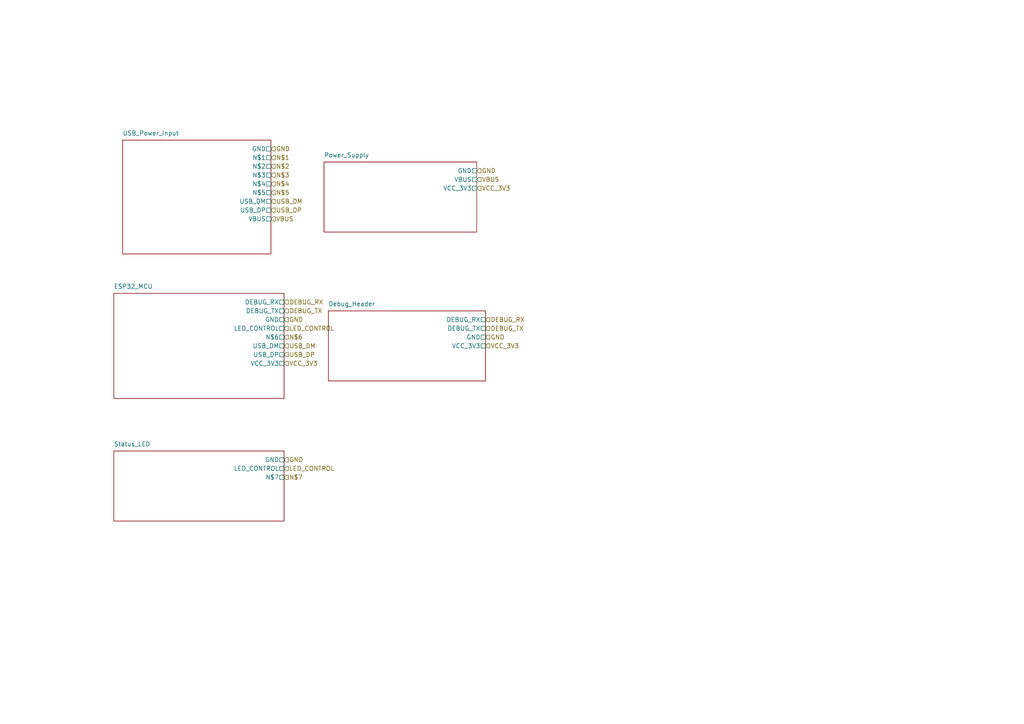
<source format=kicad_sch>
(kicad_sch (version 20250114) (generator "circuit_synth") (generator_version "9.0")
  (paper "A4")
  (lib_symbols)
  (hierarchical_label "GND" (shape input) (at 78.58 43.18 0))
  (hierarchical_label "N$1" (shape input) (at 78.58 45.72 0))
  (hierarchical_label "N$2" (shape input) (at 78.58 48.26 0))
  (hierarchical_label "N$3" (shape input) (at 78.58 50.8 0))
  (hierarchical_label "N$4" (shape input) (at 78.58 53.34 0))
  (hierarchical_label "N$5" (shape input) (at 78.58 55.88 0))
  (hierarchical_label "USB_DM" (shape input) (at 78.58 58.42 0))
  (hierarchical_label "USB_DP" (shape input) (at 78.58 60.96 0))
  (hierarchical_label "VBUS" (shape input) (at 78.58 63.5 0))
  (hierarchical_label "GND" (shape input) (at 138.27 49.53 0))
  (hierarchical_label "VBUS" (shape input) (at 138.27 52.07 0))
  (hierarchical_label "VCC_3V3" (shape input) (at 138.27 54.61 0))
  (hierarchical_label "DEBUG_RX" (shape input) (at 82.39 87.63 0))
  (hierarchical_label "DEBUG_TX" (shape input) (at 82.39 90.17 0))
  (hierarchical_label "GND" (shape input) (at 82.39 92.71 0))
  (hierarchical_label "LED_CONTROL" (shape input) (at 82.39 95.25 0))
  (hierarchical_label "N$6" (shape input) (at 82.39 97.79 0))
  (hierarchical_label "USB_DM" (shape input) (at 82.39 100.33 0))
  (hierarchical_label "USB_DP" (shape input) (at 82.39 102.87 0))
  (hierarchical_label "VCC_3V3" (shape input) (at 82.39 105.41 0))
  (hierarchical_label "DEBUG_RX" (shape input) (at 140.81 92.71 0))
  (hierarchical_label "DEBUG_TX" (shape input) (at 140.81 95.25 0))
  (hierarchical_label "GND" (shape input) (at 140.81 97.79 0))
  (hierarchical_label "VCC_3V3" (shape input) (at 140.81 100.33 0))
  (hierarchical_label "GND" (shape input) (at 82.39 133.35 0))
  (hierarchical_label "LED_CONTROL" (shape input) (at 82.39 135.89 0))
  (hierarchical_label "N$7" (shape input) (at 82.39 138.43 0))
  (sheet (at 35.56 40.64) (size 43.02 33.02) (stroke (width 0.12))
    (property "Sheetname" "USB_Power_Input" (at 35.56 39.37 0) (effects (justify left bottom)))
    (property "Sheetfile" "USB_Power_Input.kicad_sch" (effects (hide yes)))
    (pin GND passive (at 77.31 43.18 0))
    (pin N$1 passive (at 77.31 45.72 0))
    (pin N$2 passive (at 77.31 48.26 0))
    (pin N$3 passive (at 77.31 50.8 0))
    (pin N$4 passive (at 77.31 53.34 0))
    (pin N$5 passive (at 77.31 55.88 0))
    (pin USB_DM passive (at 77.31 58.42 0))
    (pin USB_DP passive (at 77.31 60.96 0))
    (pin VBUS passive (at 77.31 63.5 0))
  )
  (sheet (at 93.98 46.99) (size 44.29 20.32) (stroke (width 0.12))
    (property "Sheetname" "Power_Supply" (at 93.98 45.72 0) (effects (justify left bottom)))
    (property "Sheetfile" "Power_Supply.kicad_sch" (effects (hide yes)))
    (pin GND passive (at 137 49.53 0))
    (pin VBUS passive (at 137 52.07 0))
    (pin VCC_3V3 passive (at 137 54.61 0))
  )
  (sheet (at 33.02 85.09) (size 49.37 30.48) (stroke (width 0.12))
    (property "Sheetname" "ESP32_MCU" (at 33.02 83.82 0) (effects (justify left bottom)))
    (property "Sheetfile" "ESP32_MCU.kicad_sch" (effects (hide yes)))
    (pin DEBUG_RX passive (at 81.12 87.63 0))
    (pin DEBUG_TX passive (at 81.12 90.17 0))
    (pin GND passive (at 81.12 92.71 0))
    (pin LED_CONTROL passive (at 81.12 95.25 0))
    (pin N$6 passive (at 81.12 97.79 0))
    (pin USB_DM passive (at 81.12 100.33 0))
    (pin USB_DP passive (at 81.12 102.87 0))
    (pin VCC_3V3 passive (at 81.12 105.41 0))
  )
  (sheet (at 95.25 90.17) (size 45.56 20.32) (stroke (width 0.12))
    (property "Sheetname" "Debug_Header" (at 95.25 88.9 0) (effects (justify left bottom)))
    (property "Sheetfile" "Debug_Header.kicad_sch" (effects (hide yes)))
    (pin DEBUG_RX passive (at 139.54 92.71 0))
    (pin DEBUG_TX passive (at 139.54 95.25 0))
    (pin GND passive (at 139.54 97.79 0))
    (pin VCC_3V3 passive (at 139.54 100.33 0))
  )
  (sheet (at 33.02 130.81) (size 49.37 20.32) (stroke (width 0.12))
    (property "Sheetname" "Status_LED" (at 33.02 129.54 0) (effects (justify left bottom)))
    (property "Sheetfile" "Status_LED.kicad_sch" (effects (hide yes)))
    (pin GND passive (at 81.12 133.35 0))
    (pin LED_CONTROL passive (at 81.12 135.89 0))
    (pin N$7 passive (at 81.12 138.43 0))
  )
)
</source>
